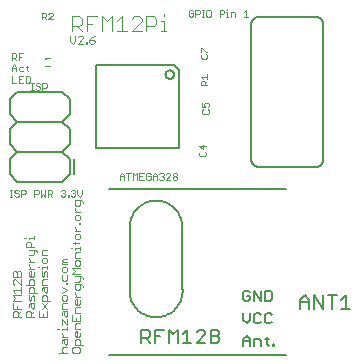
<source format=gto>
G75*
G70*
%OFA0B0*%
%FSLAX24Y24*%
%IPPOS*%
%LPD*%
%AMOC8*
5,1,8,0,0,1.08239X$1,22.5*
%
%ADD10C,0.0020*%
%ADD11C,0.0040*%
%ADD12C,0.0050*%
%ADD13C,0.0060*%
%ADD14C,0.0080*%
%ADD15R,0.0098X0.0089*%
D10*
X001080Y002290D02*
X001080Y002425D01*
X001125Y002470D01*
X001215Y002470D01*
X001260Y002425D01*
X001260Y002290D01*
X001350Y002290D02*
X001080Y002290D01*
X001260Y002380D02*
X001350Y002470D01*
X001350Y002557D02*
X001080Y002557D01*
X001080Y002737D01*
X001080Y002824D02*
X001170Y002914D01*
X001080Y003004D01*
X001350Y003004D01*
X001350Y003091D02*
X001350Y003271D01*
X001350Y003358D02*
X001170Y003538D01*
X001125Y003538D01*
X001080Y003493D01*
X001080Y003403D01*
X001125Y003358D01*
X001080Y003181D02*
X001350Y003181D01*
X001350Y003358D02*
X001350Y003538D01*
X001350Y003625D02*
X001350Y003760D01*
X001305Y003805D01*
X001260Y003805D01*
X001215Y003760D01*
X001215Y003625D01*
X001350Y003625D02*
X001080Y003625D01*
X001080Y003760D01*
X001125Y003805D01*
X001170Y003805D01*
X001215Y003760D01*
X001605Y003760D02*
X001650Y003805D01*
X001695Y003805D01*
X001695Y003625D01*
X001740Y003625D02*
X001650Y003625D01*
X001605Y003670D01*
X001605Y003760D01*
X001605Y003892D02*
X001785Y003892D01*
X001695Y003892D02*
X001605Y003982D01*
X001605Y004027D01*
X001605Y004115D02*
X001785Y004115D01*
X001695Y004115D02*
X001605Y004205D01*
X001605Y004250D01*
X001605Y004337D02*
X001740Y004337D01*
X001785Y004382D01*
X001785Y004517D01*
X001830Y004517D02*
X001875Y004472D01*
X001875Y004427D01*
X001830Y004517D02*
X001605Y004517D01*
X001695Y004604D02*
X001695Y004739D01*
X001650Y004784D01*
X001560Y004784D01*
X001515Y004739D01*
X001515Y004604D01*
X001785Y004604D01*
X001785Y004871D02*
X001785Y004961D01*
X001785Y004916D02*
X001605Y004916D01*
X001605Y004871D01*
X001515Y004916D02*
X001470Y004916D01*
X002040Y004472D02*
X002040Y004337D01*
X002220Y004337D01*
X002175Y004250D02*
X002085Y004250D01*
X002040Y004205D01*
X002040Y004115D01*
X002085Y004070D01*
X002175Y004070D01*
X002220Y004115D01*
X002220Y004205D01*
X002175Y004250D01*
X002040Y004472D02*
X002085Y004517D01*
X002220Y004517D01*
X002220Y003982D02*
X002220Y003892D01*
X002220Y003937D02*
X002040Y003937D01*
X002040Y003892D01*
X002040Y003805D02*
X002040Y003670D01*
X002085Y003625D01*
X002130Y003670D01*
X002130Y003760D01*
X002175Y003805D01*
X002220Y003760D01*
X002220Y003625D01*
X002220Y003538D02*
X002085Y003538D01*
X002040Y003493D01*
X002040Y003358D01*
X002220Y003358D01*
X002220Y003271D02*
X002220Y003136D01*
X002175Y003091D01*
X002130Y003136D01*
X002130Y003271D01*
X002085Y003271D02*
X002220Y003271D01*
X002085Y003271D02*
X002040Y003226D01*
X002040Y003136D01*
X002085Y003004D02*
X002175Y003004D01*
X002220Y002959D01*
X002220Y002824D01*
X002220Y002737D02*
X002040Y002557D01*
X001950Y002470D02*
X001950Y002290D01*
X002220Y002290D01*
X002220Y002470D01*
X002220Y002557D02*
X002040Y002737D01*
X002040Y002824D02*
X002040Y002959D01*
X002085Y003004D01*
X002040Y002824D02*
X002310Y002824D01*
X002705Y002871D02*
X002750Y002826D01*
X002840Y002826D01*
X002885Y002871D01*
X002885Y002961D01*
X002840Y003006D01*
X002750Y003006D01*
X002705Y002961D01*
X002705Y002871D01*
X002750Y002739D02*
X002885Y002739D01*
X002750Y002739D02*
X002705Y002694D01*
X002705Y002559D01*
X002885Y002559D01*
X002885Y002472D02*
X002750Y002472D01*
X002705Y002427D01*
X002705Y002337D01*
X002795Y002337D02*
X002795Y002472D01*
X002885Y002472D02*
X002885Y002337D01*
X002840Y002292D01*
X002795Y002337D01*
X002885Y002205D02*
X002885Y002025D01*
X002705Y002205D01*
X002705Y002025D01*
X002705Y001892D02*
X002885Y001892D01*
X002885Y001847D02*
X002885Y001937D01*
X002705Y001892D02*
X002705Y001847D01*
X002705Y001759D02*
X002705Y001714D01*
X002795Y001624D01*
X002795Y001537D02*
X002795Y001402D01*
X002840Y001357D01*
X002885Y001402D01*
X002885Y001537D01*
X002750Y001537D01*
X002705Y001492D01*
X002705Y001402D01*
X002750Y001270D02*
X002885Y001270D01*
X002750Y001270D02*
X002705Y001225D01*
X002705Y001135D01*
X002750Y001090D01*
X002615Y001090D02*
X002885Y001090D01*
X003050Y001135D02*
X003050Y001225D01*
X003095Y001270D01*
X003275Y001270D01*
X003320Y001225D01*
X003320Y001135D01*
X003275Y001090D01*
X003095Y001090D01*
X003050Y001135D01*
X003140Y001357D02*
X003140Y001492D01*
X003185Y001537D01*
X003275Y001537D01*
X003320Y001492D01*
X003320Y001357D01*
X003410Y001357D02*
X003140Y001357D01*
X003185Y001624D02*
X003140Y001669D01*
X003140Y001759D01*
X003185Y001804D01*
X003230Y001804D01*
X003230Y001624D01*
X003275Y001624D02*
X003185Y001624D01*
X003275Y001624D02*
X003320Y001669D01*
X003320Y001759D01*
X003320Y001891D02*
X003140Y001891D01*
X003140Y002026D01*
X003185Y002071D01*
X003320Y002071D01*
X003320Y002158D02*
X003320Y002338D01*
X003320Y002425D02*
X003140Y002425D01*
X003140Y002560D01*
X003185Y002605D01*
X003320Y002605D01*
X003275Y002692D02*
X003185Y002692D01*
X003140Y002737D01*
X003140Y002827D01*
X003185Y002872D01*
X003230Y002872D01*
X003230Y002692D01*
X003275Y002692D02*
X003320Y002737D01*
X003320Y002827D01*
X003320Y002959D02*
X003140Y002959D01*
X003230Y002959D02*
X003140Y003049D01*
X003140Y003094D01*
X003185Y003182D02*
X003140Y003227D01*
X003140Y003362D01*
X003365Y003362D01*
X003410Y003317D01*
X003410Y003272D01*
X003320Y003227D02*
X003320Y003362D01*
X003275Y003449D02*
X003320Y003494D01*
X003320Y003629D01*
X003365Y003629D02*
X003410Y003584D01*
X003410Y003539D01*
X003365Y003629D02*
X003140Y003629D01*
X003050Y003716D02*
X003140Y003806D01*
X003050Y003896D01*
X003320Y003896D01*
X003275Y003983D02*
X003320Y004028D01*
X003320Y004118D01*
X003275Y004163D01*
X003185Y004163D01*
X003140Y004118D01*
X003140Y004028D01*
X003185Y003983D01*
X003275Y003983D01*
X003320Y004250D02*
X003140Y004250D01*
X003140Y004385D01*
X003185Y004430D01*
X003320Y004430D01*
X003320Y004517D02*
X003320Y004607D01*
X003320Y004562D02*
X003140Y004562D01*
X003140Y004517D01*
X003050Y004562D02*
X003005Y004562D01*
X003140Y004695D02*
X003140Y004785D01*
X003095Y004740D02*
X003275Y004740D01*
X003320Y004785D01*
X003275Y004873D02*
X003320Y004918D01*
X003320Y005008D01*
X003275Y005053D01*
X003185Y005053D01*
X003140Y005008D01*
X003140Y004918D01*
X003185Y004873D01*
X003275Y004873D01*
X003320Y005140D02*
X003140Y005140D01*
X003230Y005140D02*
X003140Y005230D01*
X003140Y005275D01*
X003275Y005362D02*
X003275Y005407D01*
X003320Y005407D01*
X003320Y005362D01*
X003275Y005362D01*
X003275Y005496D02*
X003320Y005541D01*
X003320Y005631D01*
X003275Y005676D01*
X003185Y005676D01*
X003140Y005631D01*
X003140Y005541D01*
X003185Y005496D01*
X003275Y005496D01*
X003320Y005763D02*
X003140Y005763D01*
X003230Y005763D02*
X003140Y005853D01*
X003140Y005898D01*
X003185Y005986D02*
X003140Y006031D01*
X003140Y006166D01*
X003365Y006166D01*
X003410Y006121D01*
X003410Y006076D01*
X003320Y006031D02*
X003320Y006166D01*
X003310Y006290D02*
X003384Y006363D01*
X003384Y006510D01*
X003237Y006510D02*
X003237Y006363D01*
X003310Y006290D01*
X003163Y006327D02*
X003126Y006290D01*
X003052Y006290D01*
X003016Y006327D01*
X002942Y006327D02*
X002942Y006290D01*
X002905Y006290D01*
X002905Y006327D01*
X002942Y006327D01*
X002831Y006327D02*
X002794Y006290D01*
X002721Y006290D01*
X002684Y006327D01*
X002758Y006400D02*
X002794Y006400D01*
X002831Y006363D01*
X002831Y006327D01*
X002794Y006400D02*
X002831Y006437D01*
X002831Y006473D01*
X002794Y006510D01*
X002721Y006510D01*
X002684Y006473D01*
X003016Y006473D02*
X003052Y006510D01*
X003126Y006510D01*
X003163Y006473D01*
X003163Y006437D01*
X003126Y006400D01*
X003163Y006363D01*
X003163Y006327D01*
X003126Y006400D02*
X003089Y006400D01*
X003185Y005986D02*
X003275Y005986D01*
X003320Y006031D01*
X002389Y006290D02*
X002316Y006363D01*
X002352Y006363D02*
X002242Y006363D01*
X002242Y006290D02*
X002242Y006510D01*
X002352Y006510D01*
X002389Y006473D01*
X002389Y006400D01*
X002352Y006363D01*
X002168Y006290D02*
X002168Y006510D01*
X002095Y006363D02*
X002168Y006290D01*
X002095Y006363D02*
X002021Y006290D01*
X002021Y006510D01*
X001947Y006473D02*
X001947Y006400D01*
X001910Y006363D01*
X001800Y006363D01*
X001800Y006290D02*
X001800Y006510D01*
X001910Y006510D01*
X001947Y006473D01*
X001505Y006473D02*
X001505Y006400D01*
X001468Y006363D01*
X001358Y006363D01*
X001358Y006290D02*
X001358Y006510D01*
X001468Y006510D01*
X001505Y006473D01*
X001284Y006473D02*
X001247Y006510D01*
X001174Y006510D01*
X001137Y006473D01*
X001137Y006437D01*
X001174Y006400D01*
X001247Y006400D01*
X001284Y006363D01*
X001284Y006327D01*
X001247Y006290D01*
X001174Y006290D01*
X001137Y006327D01*
X001063Y006290D02*
X000990Y006290D01*
X001027Y006290D02*
X001027Y006510D01*
X001063Y006510D02*
X000990Y006510D01*
X002750Y004207D02*
X002885Y004207D01*
X002885Y004117D02*
X002750Y004117D01*
X002705Y004162D01*
X002750Y004207D01*
X002750Y004117D02*
X002705Y004072D01*
X002705Y004027D01*
X002885Y004027D01*
X002840Y003940D02*
X002750Y003940D01*
X002705Y003895D01*
X002705Y003805D01*
X002750Y003760D01*
X002840Y003760D01*
X002885Y003805D01*
X002885Y003895D01*
X002840Y003940D01*
X002885Y003673D02*
X002885Y003538D01*
X002840Y003493D01*
X002750Y003493D01*
X002705Y003538D01*
X002705Y003673D01*
X002840Y003405D02*
X002885Y003405D01*
X002885Y003360D01*
X002840Y003360D01*
X002840Y003405D01*
X002705Y003273D02*
X002885Y003183D01*
X002705Y003093D01*
X003140Y003449D02*
X003275Y003449D01*
X003320Y003227D02*
X003275Y003182D01*
X003185Y003182D01*
X003320Y003716D02*
X003050Y003716D01*
X001950Y003937D02*
X001905Y003937D01*
X001785Y003760D02*
X001785Y003670D01*
X001740Y003625D01*
X001740Y003538D02*
X001650Y003538D01*
X001605Y003493D01*
X001605Y003358D01*
X001515Y003358D02*
X001785Y003358D01*
X001785Y003493D01*
X001740Y003538D01*
X001740Y003271D02*
X001650Y003271D01*
X001605Y003226D01*
X001605Y003091D01*
X001875Y003091D01*
X001785Y003091D02*
X001785Y003226D01*
X001740Y003271D01*
X001740Y003004D02*
X001695Y002959D01*
X001695Y002869D01*
X001650Y002824D01*
X001605Y002869D01*
X001605Y003004D01*
X001740Y003004D02*
X001785Y002959D01*
X001785Y002824D01*
X001785Y002737D02*
X001785Y002602D01*
X001740Y002557D01*
X001695Y002602D01*
X001695Y002737D01*
X001650Y002737D02*
X001785Y002737D01*
X001650Y002737D02*
X001605Y002692D01*
X001605Y002602D01*
X001650Y002470D02*
X001695Y002425D01*
X001695Y002290D01*
X001785Y002290D02*
X001515Y002290D01*
X001515Y002425D01*
X001560Y002470D01*
X001650Y002470D01*
X001695Y002380D02*
X001785Y002470D01*
X002085Y002380D02*
X002085Y002290D01*
X002570Y001892D02*
X002615Y001892D01*
X002705Y001624D02*
X002885Y001624D01*
X003050Y002158D02*
X003320Y002158D01*
X003185Y002158D02*
X003185Y002248D01*
X003050Y002338D02*
X003050Y002158D01*
X001350Y002824D02*
X001080Y002824D01*
X001215Y002647D02*
X001215Y002557D01*
X001170Y003091D02*
X001080Y003181D01*
X004640Y006850D02*
X004640Y006997D01*
X004713Y007070D01*
X004787Y006997D01*
X004787Y006850D01*
X004787Y006960D02*
X004640Y006960D01*
X004861Y007070D02*
X005008Y007070D01*
X004934Y007070D02*
X004934Y006850D01*
X005082Y006850D02*
X005082Y007070D01*
X005155Y006997D01*
X005229Y007070D01*
X005229Y006850D01*
X005303Y006850D02*
X005450Y006850D01*
X005524Y006887D02*
X005561Y006850D01*
X005634Y006850D01*
X005671Y006887D01*
X005671Y006960D01*
X005597Y006960D01*
X005524Y007033D02*
X005524Y006887D01*
X005524Y007033D02*
X005561Y007070D01*
X005634Y007070D01*
X005671Y007033D01*
X005745Y006997D02*
X005818Y007070D01*
X005892Y006997D01*
X005892Y006850D01*
X005966Y006887D02*
X006003Y006850D01*
X006076Y006850D01*
X006113Y006887D01*
X006113Y006923D01*
X006076Y006960D01*
X006039Y006960D01*
X006076Y006960D02*
X006113Y006997D01*
X006113Y007033D01*
X006076Y007070D01*
X006003Y007070D01*
X005966Y007033D01*
X005892Y006960D02*
X005745Y006960D01*
X005745Y006997D02*
X005745Y006850D01*
X005450Y007070D02*
X005303Y007070D01*
X005303Y006850D01*
X005303Y006960D02*
X005376Y006960D01*
X006187Y007033D02*
X006224Y007070D01*
X006297Y007070D01*
X006334Y007033D01*
X006334Y006997D01*
X006187Y006850D01*
X006334Y006850D01*
X006408Y006887D02*
X006408Y006923D01*
X006445Y006960D01*
X006518Y006960D01*
X006555Y006923D01*
X006555Y006887D01*
X006518Y006850D01*
X006445Y006850D01*
X006408Y006887D01*
X006445Y006960D02*
X006408Y006997D01*
X006408Y007033D01*
X006445Y007070D01*
X006518Y007070D01*
X006555Y007033D01*
X006555Y006997D01*
X006518Y006960D01*
X007300Y007677D02*
X007337Y007640D01*
X007483Y007640D01*
X007520Y007677D01*
X007520Y007750D01*
X007483Y007787D01*
X007410Y007861D02*
X007410Y008008D01*
X007520Y007971D02*
X007300Y007971D01*
X007410Y007861D01*
X007337Y007787D02*
X007300Y007750D01*
X007300Y007677D01*
X007427Y009048D02*
X007573Y009048D01*
X007610Y009085D01*
X007610Y009158D01*
X007573Y009195D01*
X007573Y009269D02*
X007610Y009306D01*
X007610Y009379D01*
X007573Y009416D01*
X007500Y009416D01*
X007463Y009379D01*
X007463Y009342D01*
X007500Y009269D01*
X007390Y009269D01*
X007390Y009416D01*
X007427Y009195D02*
X007390Y009158D01*
X007390Y009085D01*
X007427Y009048D01*
X007487Y009998D02*
X007487Y010108D01*
X007450Y010145D01*
X007377Y010145D01*
X007340Y010108D01*
X007340Y009998D01*
X007560Y009998D01*
X007487Y010071D02*
X007560Y010145D01*
X007560Y010219D02*
X007560Y010366D01*
X007560Y010292D02*
X007340Y010292D01*
X007413Y010219D01*
X007387Y010890D02*
X007533Y010890D01*
X007570Y010927D01*
X007570Y011000D01*
X007533Y011037D01*
X007533Y011111D02*
X007570Y011111D01*
X007533Y011111D02*
X007387Y011258D01*
X007350Y011258D01*
X007350Y011111D01*
X007387Y011037D02*
X007350Y011000D01*
X007350Y010927D01*
X007387Y010890D01*
X007382Y012290D02*
X007455Y012290D01*
X007419Y012290D02*
X007419Y012510D01*
X007455Y012510D02*
X007382Y012510D01*
X007308Y012473D02*
X007308Y012400D01*
X007271Y012363D01*
X007161Y012363D01*
X007161Y012290D02*
X007161Y012510D01*
X007271Y012510D01*
X007308Y012473D01*
X007087Y012473D02*
X007050Y012510D01*
X006977Y012510D01*
X006940Y012473D01*
X006940Y012327D01*
X006977Y012290D01*
X007050Y012290D01*
X007087Y012327D01*
X007087Y012400D01*
X007013Y012400D01*
X007529Y012327D02*
X007566Y012290D01*
X007639Y012290D01*
X007676Y012327D01*
X007676Y012473D01*
X007639Y012510D01*
X007566Y012510D01*
X007529Y012473D01*
X007529Y012327D01*
X007971Y012363D02*
X008081Y012363D01*
X008118Y012400D01*
X008118Y012473D01*
X008081Y012510D01*
X007971Y012510D01*
X007971Y012290D01*
X008192Y012290D02*
X008266Y012290D01*
X008229Y012290D02*
X008229Y012437D01*
X008192Y012437D01*
X008229Y012510D02*
X008229Y012547D01*
X008340Y012437D02*
X008450Y012437D01*
X008486Y012400D01*
X008486Y012290D01*
X008340Y012290D02*
X008340Y012437D01*
X008782Y012437D02*
X008855Y012510D01*
X008855Y012290D01*
X008782Y012290D02*
X008928Y012290D01*
X003808Y011650D02*
X003721Y011607D01*
X003635Y011520D01*
X003765Y011520D01*
X003808Y011477D01*
X003808Y011433D01*
X003765Y011390D01*
X003678Y011390D01*
X003635Y011433D01*
X003635Y011520D01*
X003549Y011433D02*
X003549Y011390D01*
X003506Y011390D01*
X003506Y011433D01*
X003549Y011433D01*
X003421Y011390D02*
X003248Y011390D01*
X003421Y011563D01*
X003421Y011607D01*
X003378Y011650D01*
X003291Y011650D01*
X003248Y011607D01*
X003163Y011650D02*
X003163Y011477D01*
X003077Y011390D01*
X002990Y011477D01*
X002990Y011650D01*
X002416Y012200D02*
X002269Y012200D01*
X002416Y012347D01*
X002416Y012383D01*
X002379Y012420D01*
X002306Y012420D01*
X002269Y012383D01*
X002195Y012383D02*
X002195Y012310D01*
X002158Y012273D01*
X002048Y012273D01*
X002048Y012200D02*
X002048Y012420D01*
X002158Y012420D01*
X002195Y012383D01*
X002121Y012273D02*
X002195Y012200D01*
X001433Y011070D02*
X001280Y011070D01*
X001280Y010840D01*
X001203Y010840D02*
X001126Y010917D01*
X001165Y010917D02*
X001049Y010917D01*
X001049Y010840D02*
X001049Y011070D01*
X001165Y011070D01*
X001203Y011032D01*
X001203Y010955D01*
X001165Y010917D01*
X001280Y010955D02*
X001356Y010955D01*
X001126Y010695D02*
X001203Y010618D01*
X001203Y010465D01*
X001280Y010503D02*
X001318Y010465D01*
X001433Y010465D01*
X001548Y010503D02*
X001587Y010465D01*
X001548Y010503D02*
X001548Y010657D01*
X001510Y010618D02*
X001587Y010618D01*
X001433Y010618D02*
X001318Y010618D01*
X001280Y010580D01*
X001280Y010503D01*
X001203Y010580D02*
X001049Y010580D01*
X001049Y010618D02*
X001126Y010695D01*
X001049Y010618D02*
X001049Y010465D01*
X001049Y010320D02*
X001049Y010090D01*
X001203Y010090D01*
X001280Y010090D02*
X001433Y010090D01*
X001510Y010090D02*
X001625Y010090D01*
X001663Y010128D01*
X001663Y010282D01*
X001625Y010320D01*
X001510Y010320D01*
X001510Y010090D01*
X001356Y010205D02*
X001280Y010205D01*
X001280Y010320D02*
X001280Y010090D01*
X001280Y010320D02*
X001433Y010320D01*
X001701Y010070D02*
X001774Y010070D01*
X001737Y010070D02*
X001737Y009850D01*
X001701Y009850D02*
X001774Y009850D01*
X001848Y009887D02*
X001885Y009850D01*
X001958Y009850D01*
X001995Y009887D01*
X001995Y009923D01*
X001958Y009960D01*
X001885Y009960D01*
X001848Y009997D01*
X001848Y010033D01*
X001885Y010070D01*
X001958Y010070D01*
X001995Y010033D01*
X002069Y010070D02*
X002069Y009850D01*
X002069Y009923D02*
X002179Y009923D01*
X002216Y009960D01*
X002216Y010033D01*
X002179Y010070D01*
X002069Y010070D01*
D11*
X002151Y010642D02*
X002309Y010642D01*
X002309Y010918D02*
X002151Y010918D01*
X003050Y011800D02*
X003050Y012300D01*
X003300Y012300D01*
X003384Y012217D01*
X003384Y012050D01*
X003300Y011967D01*
X003050Y011967D01*
X003217Y011967D02*
X003384Y011800D01*
X003547Y011800D02*
X003547Y012300D01*
X003881Y012300D01*
X004044Y012300D02*
X004211Y012134D01*
X004378Y012300D01*
X004378Y011800D01*
X004542Y011800D02*
X004875Y011800D01*
X005039Y011800D02*
X005373Y012134D01*
X005373Y012217D01*
X005289Y012300D01*
X005122Y012300D01*
X005039Y012217D01*
X004708Y012300D02*
X004708Y011800D01*
X005039Y011800D02*
X005373Y011800D01*
X005536Y011800D02*
X005536Y012300D01*
X005786Y012300D01*
X005870Y012217D01*
X005870Y012050D01*
X005786Y011967D01*
X005536Y011967D01*
X006033Y012134D02*
X006117Y012134D01*
X006117Y011800D01*
X006200Y011800D02*
X006033Y011800D01*
X006117Y012300D02*
X006117Y012384D01*
X004708Y012300D02*
X004542Y012134D01*
X004044Y012300D02*
X004044Y011800D01*
X003714Y012050D02*
X003547Y012050D01*
D12*
X004277Y006536D02*
X010183Y006536D01*
X010805Y003005D02*
X010955Y002855D01*
X010955Y002555D01*
X011115Y002555D02*
X011115Y003005D01*
X011416Y002555D01*
X011416Y003005D01*
X011576Y003005D02*
X011876Y003005D01*
X011726Y003005D02*
X011726Y002555D01*
X012036Y002555D02*
X012336Y002555D01*
X012186Y002555D02*
X012186Y003005D01*
X012036Y002855D01*
X010955Y002780D02*
X010655Y002780D01*
X010655Y002855D02*
X010805Y003005D01*
X010655Y002855D02*
X010655Y002555D01*
X010183Y001024D02*
X004277Y001024D01*
X004980Y003280D02*
X004974Y003222D01*
X004971Y003164D01*
X004972Y003106D01*
X004978Y003048D01*
X004986Y002990D01*
X004999Y002933D01*
X005016Y002878D01*
X005036Y002823D01*
X005059Y002770D01*
X005086Y002718D01*
X005117Y002669D01*
X005151Y002621D01*
X005187Y002576D01*
X005227Y002533D01*
X005269Y002493D01*
X005314Y002456D01*
X005361Y002422D01*
X005410Y002391D01*
X005462Y002363D01*
X005515Y002339D01*
X005569Y002319D01*
X005625Y002302D01*
X005681Y002288D01*
X005739Y002279D01*
X005797Y002273D01*
X005855Y002271D01*
X005913Y002273D01*
X005971Y002279D01*
X006029Y002288D01*
X006085Y002302D01*
X006141Y002319D01*
X006195Y002339D01*
X006248Y002363D01*
X006300Y002391D01*
X006349Y002422D01*
X006396Y002456D01*
X006441Y002493D01*
X006483Y002533D01*
X006523Y002576D01*
X006559Y002621D01*
X006593Y002669D01*
X006624Y002718D01*
X006651Y002770D01*
X006674Y002823D01*
X006694Y002878D01*
X006711Y002933D01*
X006724Y002990D01*
X006732Y003048D01*
X006738Y003106D01*
X006739Y003164D01*
X006736Y003222D01*
X006730Y003280D01*
X006730Y005280D01*
X006728Y005338D01*
X006722Y005397D01*
X006712Y005454D01*
X006699Y005511D01*
X006682Y005567D01*
X006661Y005622D01*
X006636Y005675D01*
X006608Y005726D01*
X006576Y005775D01*
X006542Y005822D01*
X006504Y005867D01*
X006463Y005909D01*
X006420Y005948D01*
X006374Y005984D01*
X006326Y006018D01*
X006276Y006047D01*
X006223Y006074D01*
X006169Y006097D01*
X006114Y006116D01*
X006058Y006131D01*
X006001Y006143D01*
X005943Y006151D01*
X005884Y006155D01*
X005826Y006155D01*
X005767Y006151D01*
X005709Y006143D01*
X005652Y006131D01*
X005596Y006116D01*
X005541Y006097D01*
X005487Y006074D01*
X005434Y006047D01*
X005384Y006018D01*
X005336Y005984D01*
X005290Y005948D01*
X005247Y005909D01*
X005206Y005867D01*
X005168Y005822D01*
X005134Y005775D01*
X005102Y005726D01*
X005074Y005675D01*
X005049Y005622D01*
X005028Y005567D01*
X005011Y005511D01*
X004998Y005454D01*
X004988Y005397D01*
X004982Y005338D01*
X004980Y005280D01*
X004980Y003280D01*
D13*
X008760Y003094D02*
X008760Y002867D01*
X008817Y002810D01*
X008930Y002810D01*
X008987Y002867D01*
X008987Y002980D01*
X008873Y002980D01*
X008760Y003094D02*
X008817Y003150D01*
X008930Y003150D01*
X008987Y003094D01*
X009128Y003150D02*
X009355Y002810D01*
X009355Y003150D01*
X009497Y003150D02*
X009667Y003150D01*
X009723Y003094D01*
X009723Y002867D01*
X009667Y002810D01*
X009497Y002810D01*
X009497Y003150D01*
X009128Y003150D02*
X009128Y002810D01*
X009185Y002400D02*
X009128Y002344D01*
X009128Y002117D01*
X009185Y002060D01*
X009298Y002060D01*
X009355Y002117D01*
X009497Y002117D02*
X009553Y002060D01*
X009667Y002060D01*
X009723Y002117D01*
X009497Y002117D02*
X009497Y002344D01*
X009553Y002400D01*
X009667Y002400D01*
X009723Y002344D01*
X009355Y002344D02*
X009298Y002400D01*
X009185Y002400D01*
X008987Y002400D02*
X008987Y002173D01*
X008873Y002060D01*
X008760Y002173D01*
X008760Y002400D01*
X008873Y001650D02*
X008987Y001537D01*
X008987Y001310D01*
X009128Y001310D02*
X009128Y001537D01*
X009298Y001537D01*
X009355Y001480D01*
X009355Y001310D01*
X009553Y001367D02*
X009553Y001594D01*
X009497Y001537D02*
X009610Y001537D01*
X009553Y001367D02*
X009610Y001310D01*
X009742Y001310D02*
X009742Y001367D01*
X009799Y001367D01*
X009799Y001310D01*
X009742Y001310D01*
X008987Y001480D02*
X008760Y001480D01*
X008760Y001537D02*
X008760Y001310D01*
X008760Y001537D02*
X008873Y001650D01*
X009280Y007280D02*
X011180Y007280D01*
X011210Y007282D01*
X011240Y007287D01*
X011269Y007296D01*
X011296Y007309D01*
X011322Y007324D01*
X011346Y007343D01*
X011367Y007364D01*
X011386Y007388D01*
X011401Y007414D01*
X011414Y007441D01*
X011423Y007470D01*
X011428Y007500D01*
X011430Y007530D01*
X011430Y012030D01*
X011428Y012060D01*
X011423Y012090D01*
X011414Y012119D01*
X011401Y012146D01*
X011386Y012172D01*
X011367Y012196D01*
X011346Y012217D01*
X011322Y012236D01*
X011296Y012251D01*
X011269Y012264D01*
X011240Y012273D01*
X011210Y012278D01*
X011180Y012280D01*
X009280Y012280D01*
X009250Y012278D01*
X009220Y012273D01*
X009191Y012264D01*
X009164Y012251D01*
X009138Y012236D01*
X009114Y012217D01*
X009093Y012196D01*
X009074Y012172D01*
X009059Y012146D01*
X009046Y012119D01*
X009037Y012090D01*
X009032Y012060D01*
X009030Y012030D01*
X009030Y007530D01*
X009032Y007500D01*
X009037Y007470D01*
X009046Y007441D01*
X009059Y007414D01*
X009074Y007388D01*
X009093Y007364D01*
X009114Y007343D01*
X009138Y007324D01*
X009164Y007309D01*
X009191Y007296D01*
X009220Y007287D01*
X009250Y007282D01*
X009280Y007280D01*
X006610Y007900D02*
X006610Y010520D01*
X006470Y010660D01*
X003850Y010660D01*
X003850Y007900D01*
X006610Y007900D01*
X006169Y010360D02*
X006171Y010383D01*
X006177Y010406D01*
X006186Y010427D01*
X006199Y010447D01*
X006215Y010464D01*
X006233Y010478D01*
X006253Y010489D01*
X006275Y010497D01*
X006298Y010501D01*
X006322Y010501D01*
X006345Y010497D01*
X006367Y010489D01*
X006387Y010478D01*
X006405Y010464D01*
X006421Y010447D01*
X006434Y010427D01*
X006443Y010406D01*
X006449Y010383D01*
X006451Y010360D01*
X006449Y010337D01*
X006443Y010314D01*
X006434Y010293D01*
X006421Y010273D01*
X006405Y010256D01*
X006387Y010242D01*
X006367Y010231D01*
X006345Y010223D01*
X006322Y010219D01*
X006298Y010219D01*
X006275Y010223D01*
X006253Y010231D01*
X006233Y010242D01*
X006215Y010256D01*
X006199Y010273D01*
X006186Y010293D01*
X006177Y010314D01*
X006171Y010337D01*
X006169Y010360D01*
D14*
X003112Y007530D02*
X003112Y007030D01*
X002980Y007030D02*
X002980Y007530D01*
X002730Y007780D01*
X001230Y007780D01*
X000980Y008030D01*
X000980Y008530D01*
X001230Y008780D01*
X002730Y008780D01*
X002980Y009030D01*
X002980Y009530D01*
X002730Y009780D01*
X001230Y009780D01*
X000980Y009530D01*
X000980Y009030D01*
X001230Y008780D01*
X001230Y007780D02*
X000980Y007530D01*
X000980Y007030D01*
X001230Y006780D01*
X002730Y006780D01*
X002980Y007030D01*
X002730Y007780D02*
X002980Y008030D01*
X002980Y008530D01*
X002730Y008780D01*
X005370Y001840D02*
X005580Y001840D01*
X005650Y001770D01*
X005650Y001630D01*
X005580Y001560D01*
X005370Y001560D01*
X005370Y001420D02*
X005370Y001840D01*
X005510Y001560D02*
X005650Y001420D01*
X005830Y001420D02*
X005830Y001840D01*
X006111Y001840D01*
X006291Y001840D02*
X006431Y001700D01*
X006571Y001840D01*
X006571Y001420D01*
X006751Y001420D02*
X007031Y001420D01*
X006891Y001420D02*
X006891Y001840D01*
X006751Y001700D01*
X007212Y001770D02*
X007282Y001840D01*
X007422Y001840D01*
X007492Y001770D01*
X007492Y001700D01*
X007212Y001420D01*
X007492Y001420D01*
X007672Y001420D02*
X007882Y001420D01*
X007952Y001490D01*
X007952Y001560D01*
X007882Y001630D01*
X007672Y001630D01*
X007672Y001420D02*
X007672Y001840D01*
X007882Y001840D01*
X007952Y001770D01*
X007952Y001700D01*
X007882Y001630D01*
X006291Y001420D02*
X006291Y001840D01*
X005971Y001630D02*
X005830Y001630D01*
D15*
X002181Y010893D03*
M02*

</source>
